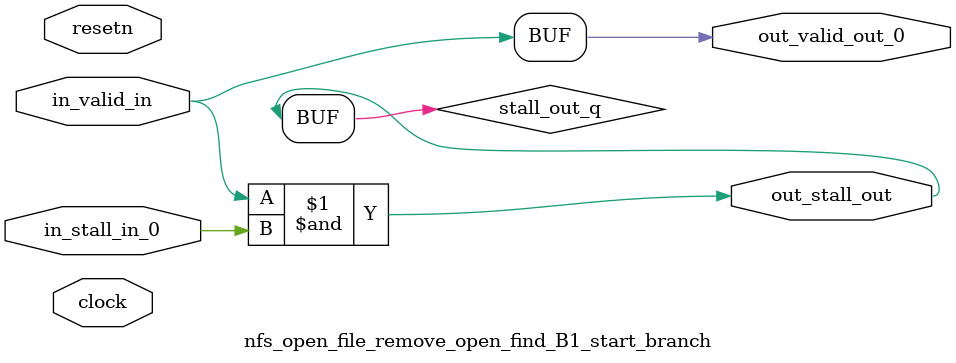
<source format=sv>



(* altera_attribute = "-name AUTO_SHIFT_REGISTER_RECOGNITION OFF; -name MESSAGE_DISABLE 10036; -name MESSAGE_DISABLE 10037; -name MESSAGE_DISABLE 14130; -name MESSAGE_DISABLE 14320; -name MESSAGE_DISABLE 15400; -name MESSAGE_DISABLE 14130; -name MESSAGE_DISABLE 10036; -name MESSAGE_DISABLE 12020; -name MESSAGE_DISABLE 12030; -name MESSAGE_DISABLE 12010; -name MESSAGE_DISABLE 12110; -name MESSAGE_DISABLE 14320; -name MESSAGE_DISABLE 13410; -name MESSAGE_DISABLE 113007; -name MESSAGE_DISABLE 10958" *)
module nfs_open_file_remove_open_find_B1_start_branch (
    input wire [0:0] in_stall_in_0,
    input wire [0:0] in_valid_in,
    output wire [0:0] out_stall_out,
    output wire [0:0] out_valid_out_0,
    input wire clock,
    input wire resetn
    );

    wire [0:0] stall_out_q;


    // stall_out(LOGICAL,6)
    assign stall_out_q = in_valid_in & in_stall_in_0;

    // out_stall_out(GPOUT,4)
    assign out_stall_out = stall_out_q;

    // out_valid_out_0(GPOUT,5)
    assign out_valid_out_0 = in_valid_in;

endmodule

</source>
